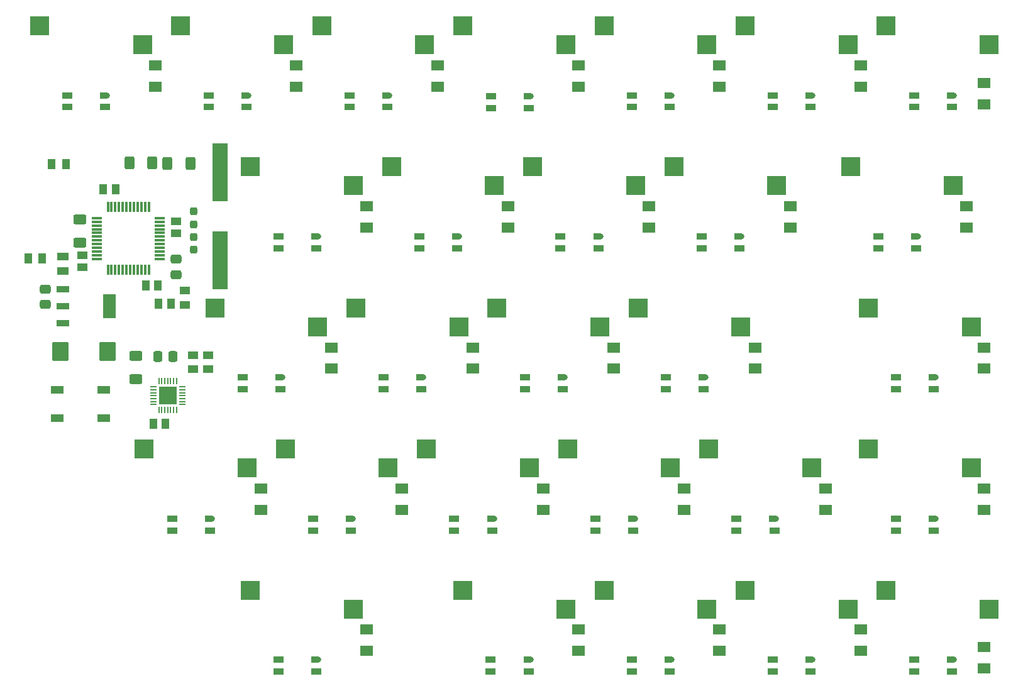
<source format=gbr>
%TF.GenerationSoftware,KiCad,Pcbnew,7.0.7*%
%TF.CreationDate,2024-02-18T16:08:08+01:00*%
%TF.ProjectId,kingslayer-28,6b696e67-736c-4617-9965-722d32382e6b,rev?*%
%TF.SameCoordinates,Original*%
%TF.FileFunction,Paste,Top*%
%TF.FilePolarity,Positive*%
%FSLAX46Y46*%
G04 Gerber Fmt 4.6, Leading zero omitted, Abs format (unit mm)*
G04 Created by KiCad (PCBNEW 7.0.7) date 2024-02-18 16:08:08*
%MOMM*%
%LPD*%
G01*
G04 APERTURE LIST*
G04 Aperture macros list*
%AMRoundRect*
0 Rectangle with rounded corners*
0 $1 Rounding radius*
0 $2 $3 $4 $5 $6 $7 $8 $9 X,Y pos of 4 corners*
0 Add a 4 corners polygon primitive as box body*
4,1,4,$2,$3,$4,$5,$6,$7,$8,$9,$2,$3,0*
0 Add four circle primitives for the rounded corners*
1,1,$1+$1,$2,$3*
1,1,$1+$1,$4,$5*
1,1,$1+$1,$6,$7*
1,1,$1+$1,$8,$9*
0 Add four rect primitives between the rounded corners*
20,1,$1+$1,$2,$3,$4,$5,0*
20,1,$1+$1,$4,$5,$6,$7,0*
20,1,$1+$1,$6,$7,$8,$9,0*
20,1,$1+$1,$8,$9,$2,$3,0*%
%AMOutline4P*
0 Free polygon, 4 corners , with rotation*
0 The origin of the aperture is its center*
0 number of corners: always 4*
0 $1 to $8 corner X, Y*
0 $9 Rotation angle, in degrees counterclockwise*
0 create outline with 4 corners*
4,1,4,$1,$2,$3,$4,$5,$6,$7,$8,$1,$2,$9*%
%AMFreePoly0*
4,1,14,0.123607,0.380423,0.235114,0.323607,0.323607,0.235114,0.380423,0.123607,0.400000,0.000000,0.380423,-0.123607,0.323607,-0.235114,0.235114,-0.323607,0.123607,-0.380423,0.000000,-0.400000,-0.900000,-0.400000,-0.900000,0.400000,0.000000,0.400000,0.123607,0.380423,0.123607,0.380423,$1*%
G04 Aperture macros list end*
%ADD10R,1.800000X1.340000*%
%ADD11RoundRect,0.250000X-0.337500X-0.475000X0.337500X-0.475000X0.337500X0.475000X-0.337500X0.475000X0*%
%ADD12R,1.400000X1.000000*%
%ADD13R,0.200000X0.850000*%
%ADD14R,0.850000X0.200000*%
%ADD15R,2.400000X2.400000*%
%ADD16Outline4P,-0.650000X-0.400000X0.650000X-0.400000X0.650000X0.400000X-0.650000X0.400000X0.000000*%
%ADD17FreePoly0,0.000000*%
%ADD18RoundRect,0.250000X-0.475000X0.337500X-0.475000X-0.337500X0.475000X-0.337500X0.475000X0.337500X0*%
%ADD19RoundRect,0.250000X0.400000X0.625000X-0.400000X0.625000X-0.400000X-0.625000X0.400000X-0.625000X0*%
%ADD20R,1.475000X0.300000*%
%ADD21R,0.300000X1.475000*%
%ADD22R,1.020000X1.470000*%
%ADD23RoundRect,0.250000X-0.625000X0.400000X-0.625000X-0.400000X0.625000X-0.400000X0.625000X0.400000X0*%
%ADD24R,1.470000X1.020000*%
%ADD25R,1.520000X1.000000*%
%ADD26RoundRect,0.237500X-0.237500X0.300000X-0.237500X-0.300000X0.237500X-0.300000X0.237500X0.300000X0*%
%ADD27R,1.000000X1.450000*%
%ADD28R,1.450000X1.000000*%
%ADD29RoundRect,0.250000X-0.400000X-0.625000X0.400000X-0.625000X0.400000X0.625000X-0.400000X0.625000X0*%
%ADD30RoundRect,0.250000X-0.875000X-1.025000X0.875000X-1.025000X0.875000X1.025000X-0.875000X1.025000X0*%
%ADD31R,2.000000X7.875000*%
%ADD32R,1.750000X0.950000*%
%ADD33R,1.750000X3.200000*%
%ADD34R,1.700000X1.000000*%
%ADD35RoundRect,0.237500X0.237500X-0.300000X0.237500X0.300000X-0.237500X0.300000X-0.237500X-0.300000X0*%
%ADD36R,2.550000X2.500000*%
G04 APERTURE END LIST*
D10*
%TO.C,D14*%
X179077848Y-95885000D03*
X179077848Y-93025000D03*
%TD*%
%TO.C,D18*%
X131577848Y-114885000D03*
X131577848Y-112025000D03*
%TD*%
%TO.C,D15*%
X160077848Y-95885000D03*
X160077848Y-93025000D03*
%TD*%
D11*
%TO.C,C9*%
X98657500Y-94208600D03*
X100732500Y-94208600D03*
%TD*%
D10*
%TO.C,D9*%
X145827848Y-76885000D03*
X145827848Y-74025000D03*
%TD*%
D12*
%TO.C,R6*%
X105486200Y-95971400D03*
X105486200Y-94071400D03*
%TD*%
D13*
%TO.C,IC2*%
X101219000Y-97573000D03*
X100819000Y-97573000D03*
X100419000Y-97573000D03*
X100019000Y-97573000D03*
X99619000Y-97573000D03*
X99219000Y-97573000D03*
X98819000Y-97573000D03*
D14*
X98069000Y-98323000D03*
X98069000Y-98723000D03*
X98069000Y-99123000D03*
X98069000Y-99523000D03*
X98069000Y-99923000D03*
X98069000Y-100323000D03*
X98069000Y-100723000D03*
D13*
X98819000Y-101473000D03*
X99219000Y-101473000D03*
X99619000Y-101473000D03*
X100019000Y-101473000D03*
X100419000Y-101473000D03*
X100819000Y-101473000D03*
X101219000Y-101473000D03*
D14*
X101969000Y-100723000D03*
X101969000Y-100323000D03*
X101969000Y-99923000D03*
X101969000Y-99523000D03*
X101969000Y-99123000D03*
X101969000Y-98723000D03*
X101969000Y-98323000D03*
D15*
X100019000Y-99523000D03*
%TD*%
D16*
%TO.C,D48*%
X143502848Y-136675000D03*
X143502848Y-135075000D03*
X148602848Y-136675000D03*
D17*
X148852848Y-135075000D03*
%TD*%
D10*
%TO.C,D21*%
X188577848Y-114885000D03*
X188577848Y-112025000D03*
%TD*%
%TO.C,D12*%
X207577848Y-76885000D03*
X207577848Y-74025000D03*
%TD*%
D18*
%TO.C,C11*%
X83561648Y-85170100D03*
X83561648Y-87245100D03*
%TD*%
D10*
%TO.C,D28*%
X126827848Y-133885000D03*
X126827848Y-131025000D03*
%TD*%
D19*
%TO.C,R5*%
X103069448Y-68224400D03*
X99969448Y-68224400D03*
%TD*%
D16*
%TO.C,D55*%
X100602848Y-117675000D03*
X100602848Y-116075000D03*
X105702848Y-117675000D03*
D17*
X105952848Y-116075000D03*
%TD*%
D10*
%TO.C,D27*%
X155327848Y-133885000D03*
X155327848Y-131025000D03*
%TD*%
D16*
%TO.C,D51*%
X110102848Y-98675000D03*
X110102848Y-97075000D03*
X115202848Y-98675000D03*
D17*
X115452848Y-97075000D03*
%TD*%
D20*
%TO.C,IC1*%
X98950248Y-81109000D03*
X98950248Y-80609000D03*
X98950248Y-80109000D03*
X98950248Y-79609000D03*
X98950248Y-79109000D03*
X98950248Y-78609000D03*
X98950248Y-78109000D03*
X98950248Y-77609000D03*
X98950248Y-77109000D03*
X98950248Y-76609000D03*
X98950248Y-76109000D03*
X98950248Y-75609000D03*
D21*
X97462248Y-74121000D03*
X96962248Y-74121000D03*
X96462248Y-74121000D03*
X95962248Y-74121000D03*
X95462248Y-74121000D03*
X94962248Y-74121000D03*
X94462248Y-74121000D03*
X93962248Y-74121000D03*
X93462248Y-74121000D03*
X92962248Y-74121000D03*
X92462248Y-74121000D03*
X91962248Y-74121000D03*
D20*
X90474248Y-75609000D03*
X90474248Y-76109000D03*
X90474248Y-76609000D03*
X90474248Y-77109000D03*
X90474248Y-77609000D03*
X90474248Y-78109000D03*
X90474248Y-78609000D03*
X90474248Y-79109000D03*
X90474248Y-79609000D03*
X90474248Y-80109000D03*
X90474248Y-80609000D03*
X90474248Y-81109000D03*
D21*
X91962248Y-82597000D03*
X92462248Y-82597000D03*
X92962248Y-82597000D03*
X93462248Y-82597000D03*
X93962248Y-82597000D03*
X94462248Y-82597000D03*
X94962248Y-82597000D03*
X95462248Y-82597000D03*
X95962248Y-82597000D03*
X96462248Y-82597000D03*
X96962248Y-82597000D03*
X97462248Y-82597000D03*
%TD*%
D22*
%TO.C,C6*%
X91352248Y-71721000D03*
X92972248Y-71721000D03*
%TD*%
D10*
%TO.C,D10*%
X164827848Y-76885000D03*
X164827848Y-74025000D03*
%TD*%
%TO.C,D5*%
X136327848Y-57885000D03*
X136327848Y-55025000D03*
%TD*%
D23*
%TO.C,R9*%
X88209848Y-75819000D03*
X88209848Y-78919000D03*
%TD*%
D24*
%TO.C,C5*%
X88540048Y-82217000D03*
X88540048Y-80597000D03*
%TD*%
D22*
%TO.C,C4*%
X98722648Y-84709000D03*
X97102648Y-84709000D03*
%TD*%
D25*
%TO.C,F1*%
X85873048Y-80752600D03*
X85873048Y-82772600D03*
%TD*%
D26*
%TO.C,C2*%
X103500648Y-74727900D03*
X103500648Y-76452900D03*
%TD*%
D24*
%TO.C,C3*%
X101113048Y-76050400D03*
X101113048Y-77670400D03*
%TD*%
D27*
%TO.C,R7*%
X86299848Y-68326000D03*
X84399848Y-68326000D03*
%TD*%
D16*
%TO.C,D49*%
X124502848Y-60675000D03*
X124502848Y-59075000D03*
X129602848Y-60675000D03*
D17*
X129852848Y-59075000D03*
%TD*%
D10*
%TO.C,D1*%
X209952848Y-60260000D03*
X209952848Y-57400000D03*
%TD*%
D16*
%TO.C,D44*%
X143521848Y-60794800D03*
X143521848Y-59194800D03*
X148621848Y-60794800D03*
D17*
X148871848Y-59194800D03*
%TD*%
D16*
%TO.C,D37*%
X176602848Y-117675000D03*
X176602848Y-116075000D03*
X181702848Y-117675000D03*
D17*
X181952848Y-116075000D03*
%TD*%
D28*
%TO.C,R2*%
X103428800Y-95971400D03*
X103428800Y-94071400D03*
%TD*%
D16*
%TO.C,D36*%
X167102848Y-98675000D03*
X167102848Y-97075000D03*
X172202848Y-98675000D03*
D17*
X172452848Y-97075000D03*
%TD*%
D29*
%TO.C,R4*%
X94838648Y-68173600D03*
X97938648Y-68173600D03*
%TD*%
D10*
%TO.C,D26*%
X174327848Y-133885000D03*
X174327848Y-131025000D03*
%TD*%
%TO.C,D2*%
X193327848Y-57885000D03*
X193327848Y-55025000D03*
%TD*%
D16*
%TO.C,D46*%
X129102848Y-98675000D03*
X129102848Y-97075000D03*
X134202848Y-98675000D03*
D17*
X134452848Y-97075000D03*
%TD*%
D16*
%TO.C,D50*%
X114902848Y-79675000D03*
X114902848Y-78075000D03*
X120002848Y-79675000D03*
D17*
X120252848Y-78075000D03*
%TD*%
D16*
%TO.C,D54*%
X105502848Y-60675000D03*
X105502848Y-59075000D03*
X110602848Y-60675000D03*
D17*
X110852848Y-59075000D03*
%TD*%
D30*
%TO.C,C12*%
X85543248Y-93573600D03*
X91943248Y-93573600D03*
%TD*%
D22*
%TO.C,C10*%
X100424448Y-87172800D03*
X98804448Y-87172800D03*
%TD*%
D16*
%TO.C,D45*%
X133902848Y-79675000D03*
X133902848Y-78075000D03*
X139002848Y-79675000D03*
D17*
X139252848Y-78075000D03*
%TD*%
D16*
%TO.C,D38*%
X181502848Y-136675000D03*
X181502848Y-135075000D03*
X186602848Y-136675000D03*
D17*
X186852848Y-135075000D03*
%TD*%
D31*
%TO.C,X1*%
X107031248Y-81273900D03*
X107031248Y-69398900D03*
%TD*%
D10*
%TO.C,D4*%
X155327848Y-57885000D03*
X155327848Y-55025000D03*
%TD*%
D16*
%TO.C,D29*%
X200502848Y-60675000D03*
X200502848Y-59075000D03*
X205602848Y-60675000D03*
D17*
X205852848Y-59075000D03*
%TD*%
D16*
%TO.C,D53*%
X114902848Y-136675000D03*
X114902848Y-135075000D03*
X120002848Y-136675000D03*
D17*
X120252848Y-135075000D03*
%TD*%
D32*
%TO.C,IC3*%
X85898048Y-85203000D03*
X85898048Y-87503000D03*
X85898048Y-89803000D03*
D33*
X92198048Y-87503000D03*
%TD*%
D10*
%TO.C,D19*%
X150577848Y-114885000D03*
X150577848Y-112025000D03*
%TD*%
D23*
%TO.C,R3*%
X95707200Y-94182600D03*
X95707200Y-97282600D03*
%TD*%
D16*
%TO.C,D34*%
X181502848Y-60675000D03*
X181502848Y-59075000D03*
X186602848Y-60675000D03*
D17*
X186852848Y-59075000D03*
%TD*%
D16*
%TO.C,D40*%
X152902848Y-79675000D03*
X152902848Y-78075000D03*
X158002848Y-79675000D03*
D17*
X158252848Y-78075000D03*
%TD*%
D27*
%TO.C,R8*%
X81214648Y-81051400D03*
X83114648Y-81051400D03*
%TD*%
D16*
%TO.C,D41*%
X148102848Y-98675000D03*
X148102848Y-97075000D03*
X153202848Y-98675000D03*
D17*
X153452848Y-97075000D03*
%TD*%
D16*
%TO.C,D32*%
X198102848Y-117675000D03*
X198102848Y-116075000D03*
X203202848Y-117675000D03*
D17*
X203452848Y-116075000D03*
%TD*%
D10*
%TO.C,D25*%
X193327848Y-133885000D03*
X193327848Y-131025000D03*
%TD*%
%TO.C,D17*%
X122077848Y-95885000D03*
X122077848Y-93025000D03*
%TD*%
D16*
%TO.C,D30*%
X195702848Y-79675000D03*
X195702848Y-78075000D03*
X200802848Y-79675000D03*
D17*
X201052848Y-78075000D03*
%TD*%
D10*
%TO.C,D11*%
X183827848Y-76885000D03*
X183827848Y-74025000D03*
%TD*%
%TO.C,D20*%
X169577848Y-114885000D03*
X169577848Y-112025000D03*
%TD*%
%TO.C,D8*%
X126827848Y-76885000D03*
X126827848Y-74025000D03*
%TD*%
D12*
%TO.C,R1*%
X102357648Y-87274400D03*
X102357648Y-85374400D03*
%TD*%
D18*
%TO.C,C7*%
X101163848Y-81131500D03*
X101163848Y-83206500D03*
%TD*%
D16*
%TO.C,D43*%
X162502848Y-136675000D03*
X162502848Y-135075000D03*
X167602848Y-136675000D03*
D17*
X167852848Y-135075000D03*
%TD*%
D10*
%TO.C,D23*%
X112577848Y-114885000D03*
X112577848Y-112025000D03*
%TD*%
%TO.C,D3*%
X174327848Y-57885000D03*
X174327848Y-55025000D03*
%TD*%
%TO.C,D6*%
X117327848Y-57885000D03*
X117327848Y-55025000D03*
%TD*%
D16*
%TO.C,D47*%
X138602848Y-117675000D03*
X138602848Y-116075000D03*
X143702848Y-117675000D03*
D17*
X143952848Y-116075000D03*
%TD*%
D22*
%TO.C,C8*%
X98072200Y-103327200D03*
X99692200Y-103327200D03*
%TD*%
D16*
%TO.C,D52*%
X119602848Y-117675000D03*
X119602848Y-116075000D03*
X124702848Y-117675000D03*
D17*
X124952848Y-116075000D03*
%TD*%
D16*
%TO.C,D33*%
X200502848Y-136675000D03*
X200502848Y-135075000D03*
X205602848Y-136675000D03*
D17*
X205852848Y-135075000D03*
%TD*%
D10*
%TO.C,D16*%
X141077848Y-95885000D03*
X141077848Y-93025000D03*
%TD*%
%TO.C,D13*%
X209952848Y-95885000D03*
X209952848Y-93025000D03*
%TD*%
D34*
%TO.C,S1*%
X85128048Y-102560200D03*
X91428048Y-102560200D03*
X85128048Y-98760200D03*
X91428048Y-98760200D03*
%TD*%
D10*
%TO.C,D24*%
X209952848Y-136260000D03*
X209952848Y-133400000D03*
%TD*%
D16*
%TO.C,D56*%
X86502848Y-60675000D03*
X86502848Y-59075000D03*
X91602848Y-60675000D03*
D17*
X91852848Y-59075000D03*
%TD*%
D10*
%TO.C,D7*%
X98327848Y-57885000D03*
X98327848Y-55025000D03*
%TD*%
D16*
%TO.C,D35*%
X171902848Y-79675000D03*
X171902848Y-78075000D03*
X177002848Y-79675000D03*
D17*
X177252848Y-78075000D03*
%TD*%
D16*
%TO.C,D31*%
X198102848Y-98675000D03*
X198102848Y-97075000D03*
X203202848Y-98675000D03*
D17*
X203452848Y-97075000D03*
%TD*%
D35*
%TO.C,C1*%
X103475248Y-79857600D03*
X103475248Y-78132600D03*
%TD*%
D16*
%TO.C,D39*%
X162502848Y-60675000D03*
X162502848Y-59075000D03*
X167602848Y-60675000D03*
D17*
X167852848Y-59075000D03*
%TD*%
D16*
%TO.C,D42*%
X157602848Y-117675000D03*
X157602848Y-116075000D03*
X162702848Y-117675000D03*
D17*
X162952848Y-116075000D03*
%TD*%
D10*
%TO.C,D22*%
X209952848Y-114885000D03*
X209952848Y-112025000D03*
%TD*%
D36*
%TO.C,K9*%
X168162848Y-68720000D03*
X182012848Y-71260000D03*
%TD*%
%TO.C,K13*%
X194362848Y-87720000D03*
X208212848Y-90260000D03*
%TD*%
%TO.C,K28*%
X111162848Y-125720000D03*
X125012848Y-128260000D03*
%TD*%
%TO.C,K8*%
X191962848Y-68720000D03*
X205812848Y-71260000D03*
%TD*%
%TO.C,K17*%
X106362848Y-87720000D03*
X120212848Y-90260000D03*
%TD*%
%TO.C,K2*%
X177762848Y-49720000D03*
X191612848Y-52260000D03*
%TD*%
%TO.C,K4*%
X139762848Y-49720000D03*
X153612848Y-52260000D03*
%TD*%
%TO.C,K3*%
X158762848Y-49720000D03*
X172612848Y-52260000D03*
%TD*%
%TO.C,K1*%
X196762848Y-49720000D03*
X210612848Y-52260000D03*
%TD*%
%TO.C,K24*%
X196762848Y-125720000D03*
X210612848Y-128260000D03*
%TD*%
%TO.C,K5*%
X120762848Y-49720000D03*
X134612848Y-52260000D03*
%TD*%
%TO.C,K12*%
X111162848Y-68720000D03*
X125012848Y-71260000D03*
%TD*%
%TO.C,K14*%
X163362848Y-87720000D03*
X177212848Y-90260000D03*
%TD*%
%TO.C,K21*%
X134862848Y-106720000D03*
X148712848Y-109260000D03*
%TD*%
%TO.C,K10*%
X149162848Y-68720000D03*
X163012848Y-71260000D03*
%TD*%
%TO.C,K18*%
X194362848Y-106720000D03*
X208212848Y-109260000D03*
%TD*%
%TO.C,K26*%
X158762848Y-125720000D03*
X172612848Y-128260000D03*
%TD*%
%TO.C,K15*%
X144362848Y-87720000D03*
X158212848Y-90260000D03*
%TD*%
%TO.C,K20*%
X153862848Y-106720000D03*
X167712848Y-109260000D03*
%TD*%
%TO.C,K19*%
X172862848Y-106720000D03*
X186712848Y-109260000D03*
%TD*%
%TO.C,K7*%
X82762848Y-49720000D03*
X96612848Y-52260000D03*
%TD*%
%TO.C,K16*%
X125362848Y-87720000D03*
X139212848Y-90260000D03*
%TD*%
%TO.C,K23*%
X96862848Y-106720000D03*
X110712848Y-109260000D03*
%TD*%
%TO.C,K6*%
X101762848Y-49720000D03*
X115612848Y-52260000D03*
%TD*%
%TO.C,K27*%
X139762848Y-125720000D03*
X153612848Y-128260000D03*
%TD*%
%TO.C,K11*%
X130162848Y-68720000D03*
X144012848Y-71260000D03*
%TD*%
%TO.C,K25*%
X177762848Y-125720000D03*
X191612848Y-128260000D03*
%TD*%
%TO.C,K22*%
X115862848Y-106720000D03*
X129712848Y-109260000D03*
%TD*%
M02*

</source>
